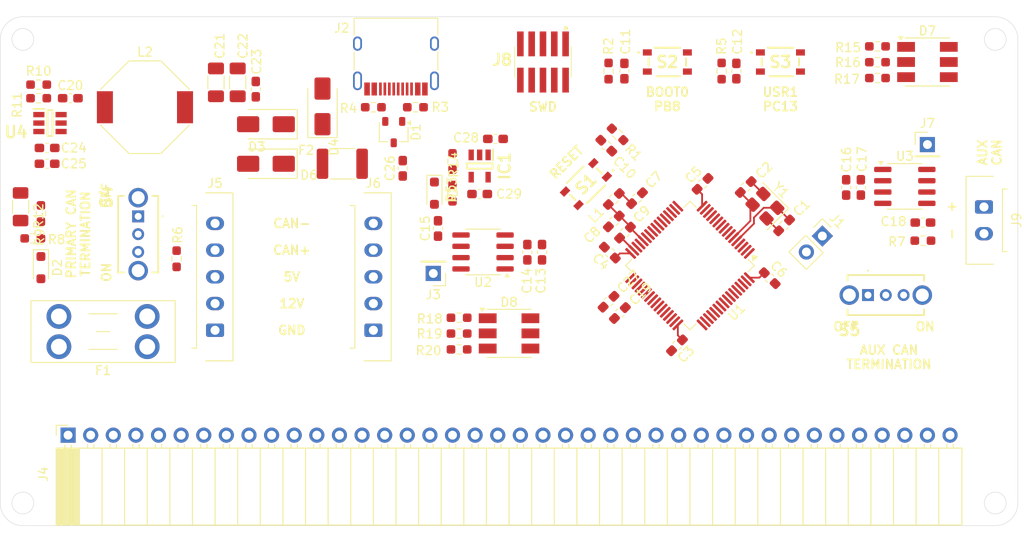
<source format=kicad_pcb>
(kicad_pcb (version 20241229) (generator "pcbnew") (generator_version "9.0")
  (layers (0 "F.Cu" signal) (2 "B.Cu" signal) (13 "F.Paste" user) (15 "B.Paste" user) (5 "F.SilkS" user "F.Silkscreen") (7 "B.SilkS" user "B.Silkscreen") (1 "F.Mask" user) (3 "B.Mask" user) (25 "Edge.Cuts" user))
  (net 0 "")
  (net 1 "+3.3V")
  (net 2 "BOOT0")
  (net 3 "NRST")
  (net 4 "+VDDA")
  (net 5 "HSE_IN")
  (net 6 "HSE_OUT")
  (net 7 "+5V")
  (net 8 "Net-(U4-EN)")
  (net 9 "V_SENSE_12")
  (net 10 "V_SENSE_5")
  (net 11 "Net-(U4-CB)")
  (net 12 "Net-(U4-SW)")
  (net 13 "+5V_BUCK")
  (net 14 "USB+")
  (net 15 "USB-")
  (net 16 "+5V_USB")
  (net 17 "+5V_BUS")
  (net 18 "IND_CAN_R")
  (net 19 "Net-(D7-BK)")
  (net 20 "Net-(D7-GK)")
  (net 21 "IND_CAN_G")
  (net 22 "Net-(D7-RK)")
  (net 23 "IND_CAN_B")
  (net 24 "IND_STAT_G")
  (net 25 "IND_STAT_R")
  (net 26 "Net-(D8-GK)")
  (net 27 "Net-(D8-RK)")
  (net 28 "IND_STAT_B")
  (net 29 "Net-(D8-BK)")
  (net 30 "+12V")
  (net 31 "+12V_IN")
  (net 33 "Net-(J3-Pin_1)")
  (net 34 "PRIMARY_CAN-")
  (net 35 "PRIMARY_CAN+")
  (net 36 "Net-(J7-Pin_1)")
  (net 37 "Net-(S4-NO)")
  (net 38 "Net-(S5-NO)")
  (net 39 "AUX_CAN-")
  (net 40 "Net-(U4-FB)")
  (net 44 "AUX_CAN+")
  (net 48 "IO_PC12")
  (net 49 "IO_PA3")
  (net 50 "IO_PC9")
  (net 51 "IO_PC4")
  (net 52 "IO_PA9")
  (net 53 "IO_PD2")
  (net 54 "IO_PC8")
  (net 55 "IO_PA10")
  (net 56 "FDCAN2_TX")
  (net 57 "IO_PC14")
  (net 58 "IO_PC10")
  (net 59 "SWD_IO")
  (net 60 "IO_PC3")
  (net 61 "IO_PB10")
  (net 62 "IO_PA15")
  (net 63 "IO_PC6")
  (net 64 "IO_PB15")
  (net 65 "IO_PC5")
  (net 66 "IO_PC15")
  (net 67 "IO_PB2")
  (net 68 "FDCAN3_TX")
  (net 69 "IO_PC2")
  (net 70 "IO_PC0")
  (net 71 "LED_USR")
  (net 72 "IO_PB7")
  (net 73 "IO_PB6")
  (net 74 "IO_PC7")
  (net 75 "IO_PB9")
  (net 76 "IO_PC1")
  (net 77 "IO_PB11")
  (net 78 "SWO")
  (net 79 "IO_PB1")
  (net 80 "SWD_CLK")
  (net 81 "FDCAN2_RX")
  (net 82 "FDCAN3_RX")
  (net 83 "IO_PA7")
  (net 84 "IO_PC11")
  (net 85 "GND")
  (net 86 "BTN_USR1")
  (net 87 "Net-(D3-K)")
  (net 88 "Net-(J1-Pin_2)")
  (net 90 "Net-(J2-CC2)")
  (net 91 "Net-(J2-CC1)")
  (footprint "Diode_SMD:D_SOD-323_HandSoldering" (layer "F.Cu") (at 144.018 83.312 -90)
    (property "Reference" "D5")
    (property "Value" "D_Zener")
  )
  (footprint "Resistor_SMD:R_0603_1608Metric_Pad0.98x0.95mm_HandSolder" (layer "F.Cu") (at 146.05 79.756 -90)
    (property "Reference" "R13")
    (property "Value" "100k")
  )
  (footprint "Capacitor_SMD:C_0603_1608Metric_Pad1.08x0.95mm_HandSolder" (layer "F.Cu") (at 178.982849 82.621671 45)
    (property "Reference" "C2")
    (property "Value" "6.8p")
  )
  (footprint "Package_TO_SOT_SMD:SOT-23W" (layer "F.Cu") (at 139.446 76.454 -90)
    (property "Reference" "D1")
    (property "Value" "PESD2USB3UV")
  )
  (footprint "Capacitor_SMD:C_0603_1608Metric_Pad1.08x0.95mm_HandSolder" (layer "F.Cu") (at 123.952 71.628 90)
    (property "Reference" "C23")
    (property "Value" "1u")
  )
  (footprint "Connector_Molex:Molex_Micro-Fit_3.0_43650-0215_1x02_P3.00mm_Vertical" (layer "F.Cu") (at 205.74 84.86 -90)
    (property "Reference" "J9")
    (property "Value" "Conn_01x02_Pin")
  )
  (footprint "Capacitor_SMD:C_0603_1608Metric_Pad1.08x0.95mm_HandSolder" (layer "F.Cu") (at 154.452 89.943 -90)
    (property "Reference" "C14")
    (property "Value" "1u")
  )
  (footprint "Fuse:Fuseholder_Blade_Mini_Keystone_3568" (layer "F.Cu") (at 111.76 100.555 180)
    (property "Reference" "F1")
    (property "Value" "Fuse")
  )
  (footprint "SamacSys_Parts:RKB2SJM250SMTRLFS" (layer "F.Cu") (at 182.88 68.58)
    (property "Reference" "S3")
    (property "Value" "RKB2SJM250SMTR_LFS" (hide yes))
  )
  (footprint "Connector_USB:USB_C_Receptacle_HRO_TYPE-C-31-M-12" (layer "F.Cu") (at 139.7 67.564 180)
    (property "Reference" "J2")
    (property "Value" "USB_C_Receptacle_USB2.0_16P")
  )
  (footprint "Inductor_SMD:L_Bourns-SRU1028_10.0x10.0mm" (layer "F.Cu") (at 111.506 73.66)
    (property "Reference" "L2")
    (property "Value" "SRU1063A-4R7Y")
  )
  (footprint "Resistor_SMD:R_0603_1608Metric_Pad0.98x0.95mm_HandSolder" (layer "F.Cu") (at 193.777999 68.600999)
    (property "Reference" "R16")
    (property "Value" "50")
  )
  (footprint "Package_SO:SOIC-8_3.9x4.9mm_P1.27mm" (layer "F.Cu") (at 196.85 82.55)
    (property "Reference" "U3")
    (property "Value" "TJA1051T-3")
  )
  (footprint "Diode_SMD:D_SMA" (layer "F.Cu") (at 125.095 75.565 180)
    (property "Reference" "D3")
    (property "Value" "D_Schottky")
  )
  (footprint "Resistor_SMD:R_0603_1608Metric_Pad0.98x0.95mm_HandSolder" (layer "F.Cu") (at 99.822 85.598 90)
    (property "Reference" "R9")
    (property "Value" "5.1k")
  )
  (footprint "SamacSys_Parts:FTSH-105-XX-YYY-DV-K-A" (layer "F.Cu") (at 156.21 68.58 180)
    (property "Reference" "J8")
    (property "Value" "FTSH-105-01-L-DV-K-A" (hide yes))
  )
  (footprint "SamacSys_Parts:RKB2SJM250SMTRLFS" (layer "F.Cu") (at 161.036 82.296 -135)
    (property "Reference" "S1")
    (property "Value" "RKB2SJM250SMTR_LFS" (hide yes))
  )
  (footprint "Resistor_SMD:R_0603_1608Metric_Pad0.98x0.95mm_HandSolder" (layer "F.Cu") (at 141.8825 73.66 180)
    (property "Reference" "R3")
    (property "Value" "5.1k")
  )
  (footprint "SamacSys_Parts:SLW8645872ARAND" (layer "F.Cu") (at 192.7145 94.758)
    (property "Reference" "S5")
    (property "Value" "SLW-864587-2A-RA-N-D" (hide yes))
  )
  (footprint "Package_QFP:LQFP-64_10x10mm_P0.5mm" (layer "F.Cu") (at 172.72 91.44 -135)
    (property "Reference" "U1")
    (property "Value" "STM32G474RCTx")
  )
  (footprint "Capacitor_SMD:C_0603_1608Metric_Pad1.08x0.95mm_HandSolder" (layer "F.Cu") (at 163.576 95.504 -135)
    (property "Reference" "C27")
    (property "Value" "100n")
  )
  (footprint "LED_SMD:LED_RGB_5050-6" (layer "F.Cu") (at 152.4 99.06)
    (property "Reference" "D8")
    (property "Value" "LED_RGB")
  )
  (footprint "Resistor_SMD:R_0603_1608Metric_Pad0.98x0.95mm_HandSolder" (layer "F.Cu") (at 146.788 97.302998)
    (property "Reference" "R18")
    (property "Value" "100")
  )
  (footprint "Resistor_SMD:R_0603_1608Metric_Pad0.98x0.95mm_HandSolder" (layer "F.Cu") (at 137.16 73.66)
    (property "Reference" "R4")
    (property "Value" "5.1k")
  )
  (footprint "Capacitor_SMD:C_1206_3216Metric_Pad1.33x1.80mm_HandSolder" (layer "F.Cu") (at 121.92 70.866 90)
    (property "Reference" "C22")
    (property "Value" "22u")
  )
  (footprint "SamacSys_Parts:SLW8645872ARAND" (layer "F.Cu") (at 110.744 85.916 -90)
    (property "Reference" "S4")
    (property "Value" "SLW-864587-2A-RA-N-D" (hide yes))
  )
  (footprint "Resistor_SMD:R_0603_1608Metric_Pad0.98x0.95mm_HandSolder" (layer "F.Cu") (at 98.9095 88.392)
    (property "Reference" "R8")
    (property "Value" "100k")
  )
  (footprint "Resistor_SMD:R_1206_3216Metric_Pad1.30x1.75mm_HandSolder" (layer "F.Cu") (at 97.536 84.836 90)
    (property "Reference" "R12")
    (property "Value" "100m")
  )
  (footprint "Capacitor_SMD:C_0603_1608Metric_Pad1.08x0.95mm_HandSolder" (layer "F.Cu") (at 181.676927 92.859163 -45)
    (property "Reference" "C6")
    (property "Value" "100n")
  )
  (footprint "Connector_Molex:Molex_Micro-Fit_3.0_43650-0515_1x05_P3.00mm_Vertical" (layer "F.Cu") (at 119.38 98.71 90)
    (property "Reference" "J5")
    (property "Value" "Conn_01x05_Pin")
  )
  (footprint "Capacitor_SMD:C_0603_1608Metric_Pad1.08x0.95mm_HandSolder" (layer "F.Cu") (at 164.165427 86.483179 -135)
    (property "Reference" "C8")
    (property "Value" "1u")
  )
  (footprint "Resistor_SMD:R_0603_1608Metric_Pad0.98x0.95mm_HandSolder" (layer "F.Cu") (at 146.788 99.080999)
    (property "Reference" "R19")
    (property "Value" "50")
  )
  (footprint "Capacitor_SMD:C_0603_1608Metric_Pad1.08x0.95mm_HandSolder" (layer "F.Cu") (at 103.124 72.644)
    (property "Reference" "C20")
    (property "Value" "100n")
  )
  (footprint "Resistor_SMD:R_0603_1608Metric_Pad0.98x0.95mm_HandSolder" (layer "F.Cu") (at 198.882 88.646 180)
    (property "Reference" "R7")
    (property "Value" "120")
  )
  (footprint "Capacitor_SMD:C_0603_1608Metric_Pad1.08x0.95mm_HandSolder" (layer "F.Cu") (at 190.262001 82.665999 90)
    (property "Reference" "C16")
    (property "Value" "100n")
  )
  (footprint "LED_SMD:LED_RGB_5050-6" (layer "F.Cu") (at 199.39 68.58)
    (property "Reference" "D7")
    (property "Value" "LED_RGB")
  )
  (footprint "Resistor_SMD:R_0603_1608Metric_Pad0.98x0.95mm_HandSolder" (layer "F.Cu") (at 193.777999 70.379)
    (property "Reference" "R17")
    (property "Value" "50")
  )
  (footprint "Capacitor_SMD:C_0603_1608Metric_Pad1.08x0.95mm_HandSolder" (layer "F.Cu") (at 156.103 89.943 -90)
    (property "Reference" "C13")
    (property "Value" "100n")
  )
  (footprint "Connector_Molex:Molex_Micro-Fit_3.0_43650-0515_1x05_P3.00mm_Vertical" (layer "F.Cu") (at 137.16 98.71 90)
    (property "Reference" "J6")
    (property "Value" "Conn_01x05_Pin")
  )
  (footprint "Resistor_SMD:R_0603_1608Metric_Pad0.98x0.95mm_HandSolder" (layer "F.Cu") (at 115.062 90.678 -90)
    (property "Reference" "R6")
    (property "Value" "120")
  )
  (footprint "Resistor_SMD:R_0603_1608Metric_Pad0.98x0.95mm_HandSolder" (layer "F.Cu") (at 99.568 71.12 180)
    (property "Reference" "R10")
    (property "Value" "100k")
  )
  (footprint "Capacitor_SMD:C_0603_1608Metric_Pad1.08x0.95mm_HandSolder" (layer "F.Cu") (at 166.769702 83.878904 45)
    (property "Reference" "C7")
    (property "Value" "1u")
  )
  (footprint "Diode_SMD:D_SMA" (layer "F.Cu") (at 125.095 80.01 180)
    (property "Reference" "D6")
    (property "Value" "D_Schottky")
  )
  (footprint "Capacitor_SMD:C_1206_3216Metric_Pad1.33x1.80mm_HandSolder" (layer "F.Cu") (at 119.48 70.866 90)
    (property "Reference" "C21")
    (property "Value" "22u")
  )
  (footprint "Crystal:Crystal_SMD_3225-4Pin_3.2x2.5mm" (layer "F.Cu") (at 181.138107 84.776932 135)
    (property "Reference" "Y1")
    (property "Value" "Crystal_GND24")
  )
  (footprint "Capacitor_SMD:C_0603_1608Metric_Pad1.08x0.95mm_HandSolder" (layer "F.Cu") (at 165.354 69.596 -90)
    (property "Reference" "C11")
    (property "Value" "100n")
  )
  (footprint "Connector_PinSocket_2.54mm:PinSocket_1x40_P2.54mm_Horizontal" (layer "F.Cu") (at 102.87 110.49 90)
    (property "Reference" "J4")
    (property "Value" "Conn_01x40_Socket")
  )
  (footprint "Capacitor_SMD:C_0603_1608Metric_Pad1.08x0.95mm_HandSolder" (layer "F.Cu") (at 150.876 77.216)
    (property "Reference" "C28")
    (property "Value" "1u")
  )
  (footprint "Connector_PinHeader_2.54mm:PinHeader_1x01_P2.54mm_Vertical" (layer "F.Cu") (at 143.891 92.329 180)
    (property "Reference" "J3")
    (property "Value" "Conn_01x01")
  )
  (footprint "Resistor_SMD:R_0603_1608Metric_Pad0.98x0.95mm_HandSolder" (layer "F.Cu") (at 146.788 100.859001)
    (property "Reference" "R20")
    (property "Value" "50")
  )
  (footprint "Fuse:Fuse_1812_4532Metric_Pad1.30x3.40mm_HandSolder" (layer "F.Cu") (at 133.670001 80.01)
    (property "Reference" "F2")
    (property "Value" "Polyfuse")
  )
  (footprint "SamacSys_Parts:SOT95P280X145-5N" (layer "F.Cu") (at 149.098 80.264 -90)
    (property "Reference" "IC1")
    (property "Value" "TLV74033PDBVR" (hide yes))
  )
  (footprint "Resistor_SMD:R_0603_1608Metric_Pad0.98x0.95mm_HandSolder" (layer "F.Cu") (at 99.568 72.644 180)
    (property "Reference" "R11")
    (property "Value" "17.4k")
  )
  (footprint "Capacitor_SMD:C_0603_1608Metric_Pad1.08x0.95mm_HandSolder" (layer "F.Cu") (at 164.846 96.774 -135)
    (property "Reference" "C19")
    (property "Value" "100n")
  )
  (footprint "Inductor_SMD:L_0603_1608Metric_Pad1.05x0.95mm_HandSolder" (layer "F.Cu") (at 164.165424 83.96871 -135)
    (property "Reference" "L1")
    (property "Value" "L_Ferrite")
  )
  (footprint "Resistor_SMD:R_0603_1608Metric_Pad0.98x0.95mm_HandSolder" (layer "F.Cu") (at 163.576002 69.596 90)
    (property "Reference" "R2")
    (property "Value" "5.1k")
  )
  (footprint "Capacitor_SMD:C_0603_1608Metric_Pad1.08x0.95mm_HandSolder" (layer "F.Cu") (at 174.13351 82.26246 45)
    (property "Reference" "C5")
    (property "Value" "100n")
  )
  (footprint "Capacitor_SMD:C_0603_1608Metric_Pad1.08x0.95mm_HandSolder" (layer "F.Cu") (at 100.512 80.01)
    (property "Reference" "C25")
    (property "Value" "2.2u")
  )
  (footprint "Capacitor_SMD:C_0603_1608Metric_Pad1.08x0.95mm_HandSolder" (layer "F.Cu") (at 163.71641 89.985482 135)
    (property "Reference" "C4")
    (property "Value" "100n")
  )
  (footprint "Capacitor_SMD:C_0603_1608Metric_Pad1.08x0.95mm_HandSolder" (layer "F.Cu") (at 163.322 77.978 135)
    (property "Reference" "C10")
    (property "Value" "100n")
  )
  (footprint "Resistor_SMD:R_0603_1608Metric_Pad0.98x0.95mm_HandSolder" (layer "F.Cu") (at 164.592 76.708 135)
    (property "Reference" "R1")
    (property "Value" "5.1k")
  )
  (footprint "Resistor_SMD:R_0603_1608Metric_Pad0.98x0.95mm_HandSolder" (layer "F.Cu") (at 146.05 83.312 -90)
    (property "Reference" "R14")
    (property "Value" "100k")
  )
  (footprint "Diode_SMD:D_SMA" (layer "F.Cu") (at 131.445 73.564999 90)
    (property "Reference" "D4")
    (property "Value" "D_Schottky")
  )
  (footprint "Resistor_SMD:R_0603_1608Metric_Pad0.98x0.95mm_HandSolder" (layer "F.Cu") (at 176.276002 69.596002 90)
    (property "Reference" "R5")
    (property "Value" "5.1k")
  )
  (footprint "Capacitor_SMD:C_0603_1608Metric_Pad1.08x0.95mm_HandSolder" (layer "F.Cu") (at 140.462 80.518 90)
    (property "Reference" "C26")
    (property "Value" "1u")
  )
  (footprint "Capacitor_SMD:C_0603_1608Metric_Pad1.08x0.95mm_HandSolder" (layer "F.Cu") (at 100.514 78.232)
    (property "Reference" "C24")
    (property "Value" "2.2u")
  )
  (footprint "Diode_SMD:D_SOD-323_HandSoldering" (layer "F.Cu") (at 99.822 91.673999 -90)
    (property "Reference" "D2")
    (property "Value" "D_Zener")
  )
  (footprint "Package_SO:SOIC-8_3.9x4.9mm_P1.27mm" (layer "F.Cu") (at 149.479 89.916 180)
    (property "Reference" "U2")
    (property "Value" "TJA1051T-3")
  )
  (footprint "Capacitor_SMD:C_0603_1608Metric_Pad1.08x0.95mm_HandSolder" (layer "F.Cu") (at 191.913002 82.665999 90)
    (property "Reference" "C17")
    (property "Value" "1u")
  )
  (footprint "SamacSys_Parts:RKB2SJM250SMTRLFS" (layer "F.Cu") (at 170.18 68.58)
    (property "Reference" "S2")
    (property "Value" "RKB2SJM250SMTR_LFS" (hide yes))
  )
  (footprint "Capacitor_SMD:C_0603_1608Metric_Pad1.08x0.95mm_HandSolder" (layer "F.Cu") (at 171.259828 100.402576 -135)
    (property "Reference" "C3")
    (property "Value" "100n")
  )
  (footprint "Resistor_SMD:R_0603_1608Metric_Pad0.98x0.95mm_HandSolder" (layer "F.Cu") (at 193.777999 66.822998)
    (property "Reference" "R15")
    (property "Value" "100")
  )
  (footprint "SamacSys_Parts:SOT95P280X110-6N" (layer "F.Cu") (at 100.838 75.438)
    (property "Reference" "U4")
    (property "Value" "LMR51625YDDCR" (hide yes))
  )
  (footprint "Capacitor_SMD:C_0603_1608Metric_Pad1.08x0.95mm_HandSolder" (layer "F.Cu") (at 165.422662 87.740417 -135)
    (property "Reference" "C9")
    (property "Value" "100n")
  )
  (footprint "Capacitor_SMD:C_0603_1608Metric_Pad1.08x0.95mm_HandSolder" (layer "F.Cu") (at 198.882 86.614 180)
    (property "Reference" "C18")
    (property "Value" "100n")
  )
  (footprint "Connector_PinHeader_2.54mm:PinHeader_1x01_P2.54mm_Vertical" (layer "F.Cu") (at 199.39 77.851)
    (property "Reference" "J7")
    (property "Value" "Conn_01x01")
  )
  (footprint "Capacitor_SMD:C_0603_1608Metric_Pad1.08x0.95mm_HandSolder" (layer "F.Cu") (at 177.927002 69.596002 -90)
    (property "Reference" "C12")
    (property "Value" "100n")
  )
  (footprint "Capacitor_SMD:C_0603_1608Metric_Pad1.08x0.95mm_HandSolder" (layer "F.Cu") (at 183.293369 86.932194 -135)
    (property "Reference" "C1")
    (property "Value" "6.8p")
  )
  (footprint "Capacitor_SMD:C_0603_1608Metric_Pad1.08x0.95mm_HandSolder" (layer "F.Cu") (at 144.419 87.276 90)
    (property "Reference" "C15")
    (property "Value" "100n")
  )
  (footprint "Capacitor_SMD:C_0603_1608Metric_Pad1.08x0.95mm_HandSolder" (layer "F.Cu") (at 149.098 83.406 180)
    (property "Reference" "C29")
    (property "Value" "1u")
  )
  (footprint "Connector_PinHeader_2.54mm:PinHeader_1x02_P2.54mm_Vertical" (layer "F.Cu") (at 187.591561 88.125439 -45)
    (property "Reference" "J1")
    (property "Value" "Conn_01x02_Pin")
  )
  (gr_circle (center 207.01 66.04) (end 208.235 66.04) (stroke (width 0.05)) (fill no) (layer "Edge.Cuts"))
  (gr_line (start 95.25 118.11) (end 95.25 66.04) (stroke (width 0.05)) (layer "Edge.Cuts"))
  (gr_line (start 97.79 63.5) (end 207.01 63.5) (stroke (width 0.05)) (layer "Edge.Cuts"))
  (gr_arc (start 207.01 63.5) (mid 208.806051 64.243949) (end 209.55 66.04) (stroke (width 0.05)) (layer "Edge.Cuts"))
  (gr_arc (start 209.55 118.11) (mid 208.806051 119.906051) (end 207.01 120.65) (stroke (width 0.05)) (layer "Edge.Cuts"))
  (gr_circle (center 97.79 66.04) (end 99.015 66.04) (stroke (width 0.05)) (fill no) (layer "Edge.Cuts"))
  (gr_arc (start 95.25 66.04) (mid 95.993949 64.243949) (end 97.79 63.5) (stroke (width 0.05)) (layer "Edge.Cuts"))
  (gr_circle (center 97.79 118.11) (end 99.015 118.11) (stroke (width 0.05)) (fill no) (layer "Edge.Cuts"))
  (gr_circle (center 207.01 118.11) (end 208.235 118.11) (stroke (width 0.05)) (fill no) (layer "Edge.Cuts"))
  (gr_line (start 207.01 120.65) (end 97.79 120.65) (stroke (width 0.05)) (layer "Edge.Cuts"))
  (gr_arc (start 97.79 120.65) (mid 95.993949 119.906051) (end 95.25 118.11) (stroke (width 0.05)) (layer "Edge.Cuts"))
  (gr_line (start 209.55 66.04) (end 209.55 118.11) (stroke (width 0.05)) (layer "Edge.Cuts"))
  (gr_text "5V" (at 128 92.71 0) (layer "F.SilkS") (effects (font (size 1 1) (thickness 0.2) (bold yes))))
  (gr_text "PRIMARY CAN\nTERMINATION" (at 105.41 87.884 90) (layer "F.SilkS") (effects (font (size 1 1) (thickness 0.2) (bold yes)) (justify bottom)))
  (gr_text "+" (at 202.692 84.836 90) (layer "F.SilkS") (effects (font (size 1 1) (thickness 0.2) (bold yes)) (justify bottom)))
  (gr_text "ON" (at 107.188 92.202 90) (layer "F.SilkS") (effects (font (size 1 1) (thickness 0.2) (bold yes))))
  (gr_text "AUX\nCAN" (at 207.772 78.74 90) (layer "F.SilkS") (effects (font (size 1 1) (thickness 0.2) (bold yes)) (justify bottom)))
  (gr_text "CAN+" (at 128 89.71 0) (layer "F.SilkS") (effects (font (size 1 1) (thickness 0.2) (bold yes))))
  (gr_text "SWD" (at 156.21 73.025 0) (layer "F.SilkS") (effects (font (size 1 1) (thickness 0.2) (bold yes)) (justify top)))
  (gr_text "ON" (at 199.136 98.298 0) (layer "F.SilkS") (effects (font (size 1 1) (thickness 0.2) (bold yes))))
  (gr_text "-" (at 202.692 87.884 90) (layer "F.SilkS") (effects (font (size 1 1) (thickness 0.2) (bold yes)) (justify bottom)))
  (gr_text "GND" (at 128 98.71 0) (layer "F.SilkS") (effects (font (size 1 1) (thickness 0.2) (bold yes))))
  (gr_text "OFF" (at 107.188 83.566 90) (layer "F.SilkS") (effects (font (size 1 1) (thickness 0.2) (bold yes))))
  (gr_text "CAN-" (at 128 86.71 0) (layer "F.SilkS") (effects (font (size 1 1) (thickness 0.2) (bold yes))))
  (gr_text "12V" (at 128 95.71 0) (layer "F.SilkS") (effects (font (size 1 1) (thickness 0.2) (bold yes))))
  (gr_text "OFF" (at 190.246 98.298 0) (layer "F.SilkS") (effects (font (size 1 1) (thickness 0.2) (bold yes))))
  (gr_text "USR1\nPC13" (at 182.88 71.374 0) (layer "F.SilkS") (effects (font (size 1 1) (thickness 0.2) (bold yes)) (justify top)))
  (gr_text "AUX CAN\nTERMINATION" (at 195.072 103.124 0) (layer "F.SilkS") (effects (font (size 1 1) (thickness 0.2) (bold yes)) (justify bottom)))
  (gr_text "RESET" (at 159.258 80.264 45) (layer "F.SilkS") (effects (font (size 1 1) (thickness 0.2) (bold yes)) (justify bottom)))
  (gr_text "BOOT0\nPB8" (at 170.18 71.374 0) (layer "F.SilkS") (effects (font (size 1 1) (thickness 0.2) (bold yes)) (justify top)))
  (segment (start 173.523629 82.872341) (end 174.081184 83.429892) (width 0.2) (layer "F.Cu") (net 1))
  (segment (start 171.869706 99.792698) (end 171.358824 99.281812) (width 0.2) (layer "F.Cu") (net 1))
  (segment (start 174.081184 83.429892) (end 174.081187 84.77552) (width 0.2) (layer "F.Cu") (net 1))
  (segment (start 166.15982 84.488786) (end 165.021022 83.349992) (width 0.2) (layer "F.Cu") (net 1))
  (segment (start 181.067045 92.249281) (end 180.51515 92.801181) (width 0.2) (layer "F.Cu") (net 1))
  (segment (start 164.32629 90.595362) (end 164.842833 90.078819) (width 0.2) (layer "F.Cu") (net 1))
  (segment (start 164.842833 90.078819) (end 166.055524 90.078818) (width 0.2) (layer "F.Cu") (net 1))
  (segment (start 171.358824 99.281812) (end 171.358822 98.104481) (width 0.2) (layer "F.Cu") (net 1))
  (segment (start 180.51515 92.801181) (end 179.384484 92.801179) (width 0.2) (layer "F.Cu") (net 1))
  (segment (start 165.021022 83.349992) (end 164.784146 83.349991) (width 0.2) (layer "F.Cu") (net 1))
  (segment (start 165.895006 86.993006) (end 165.895007 86.93573) (width 0.2) (layer "F.Cu") (net 4))
  (segment (start 165.895007 86.93573) (end 163.546708 84.587428) (width 0.2) (layer "F.Cu") (net 4))
  (segment (start 166.032541 87.130538) (end 165.895006 86.993006) (width 0.2) (layer "F.Cu") (net 4))
  (segment (start 166.032543 87.227411) (end 167.469734 88.664604) (width 0.2) (layer "F.Cu") (net 4))
  (segment (start 166.032541 87.130538) (end 166.032543 87.227411) (width 0.2) (layer "F.Cu") (net 4))
  (segment (start 182.534647 84.953707) (end 182.516968 84.953707) (width 0.2) (layer "F.Cu") (net 5))
  (segment (start 179.904206 86.73067) (end 177.970269 88.664607) (width 0.2) (layer "F.Cu") (net 5))
  (segment (start 179.904206 86.051848) (end 179.904206 86.73067) (width 0.2) (layer "F.Cu") (net 5))
  (segment (start 181.002347 84.953708) (end 179.904206 86.051848) (width 0.2) (layer "F.Cu") (net 5))
  (segment (start 182.516968 84.953707) (end 181.002347 84.953708) (width 0.2) (layer "F.Cu") (net 5))
  (segment (start 183.903253 86.322316) (end 182.534647 84.953707) (width 0.2) (layer "F.Cu") (net 5))
  (segment (start 179.741575 84.600155) (end 179.759248 84.600156) (width 0.2) (layer "F.Cu") (net 6))
  (segment (start 179.759248 84.600156) (end 179.504209 84.600152) (width 0.2) (layer "F.Cu") (net 6))
  (segment (start 179.504208 86.42356) (end 177.616718 88.31105) (width 0.2) (layer "F.Cu") (net 6))
  (segment (start 178.372967 83.231549) (end 179.741575 84.600155) (width 0.2) (layer "F.Cu") (net 6))
  (segment (start 179.504209 84.600152) (end 179.504208 86.42356) (width 0.2) (layer "F.Cu") (net 6))
  (segment (start 180.961333 83.398075) (end 179.592725 82.02947) (width 0.2) (layer "F.Cu") (net 85))
  (segment (start 182.68349 87.542073) (end 181.314886 86.173466) (width 0.2) (layer "F.Cu") (net 85))
  (segment (start 179.592725 82.02947) (end 179.592728 82.011792) (width 0.2) (layer "F.Cu") (net 85))
  (segment (start 165.034104 88.350298) (end 164.812781 88.350298) (width 0.2) (layer "F.Cu") (net 85))
  (segment (start 166.409072 89.725266) (end 165.034104 88.350298) (width 0.2) (layer "F.Cu") (net 85))
  (segment (start 181.314886 86.173466) (end 181.314885 86.15579) (width 0.2) (layer "F.Cu") (net 85))
)
</source>
